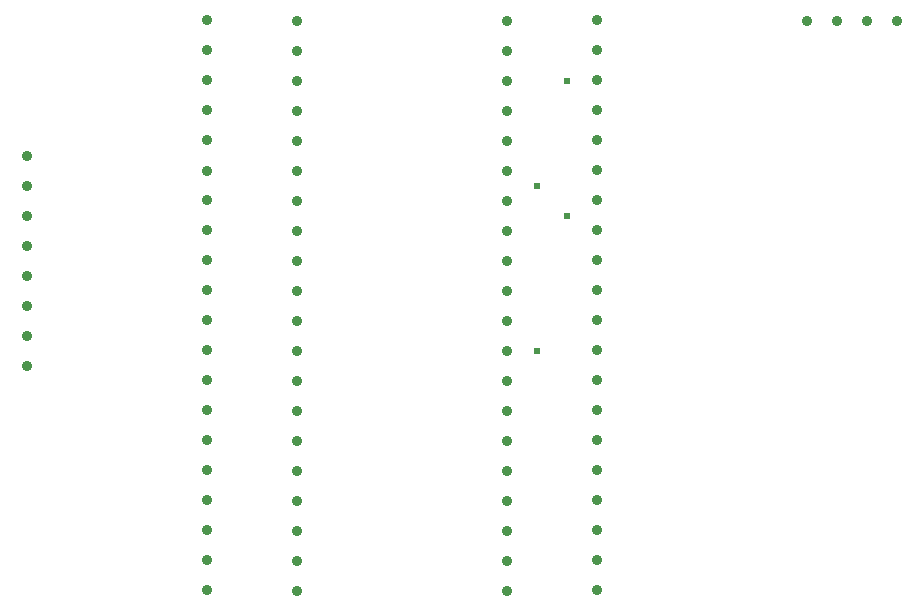
<source format=gbr>
G04 DesignSpark PCB Gerber Version 11.0 Build 5877*
%FSLAX35Y35*%
%MOIN*%
%ADD72C,0.02400*%
%ADD73C,0.03500*%
X0Y0D02*
D02*
D72*
X215250Y110250D03*
Y165250D03*
X225250Y155250D03*
Y200250D03*
D02*
D73*
X45250Y105250D03*
Y115250D03*
Y125250D03*
Y135250D03*
Y145250D03*
Y155250D03*
Y165250D03*
Y175250D03*
X105250Y30750D03*
Y40750D03*
Y50750D03*
Y60750D03*
Y70750D03*
Y80750D03*
Y90750D03*
Y100750D03*
Y110750D03*
Y120750D03*
Y130750D03*
Y140750D03*
Y150750D03*
Y160750D03*
Y170250D03*
Y180750D03*
Y190750D03*
Y200750D03*
Y210750D03*
Y220750D03*
X135250Y30250D03*
Y40250D03*
Y50250D03*
Y60250D03*
Y70250D03*
Y80250D03*
Y90250D03*
Y100250D03*
Y110250D03*
Y120250D03*
Y130250D03*
Y140250D03*
Y150250D03*
Y160250D03*
Y170250D03*
Y180250D03*
Y190250D03*
Y200250D03*
Y210250D03*
Y220250D03*
X205250Y30250D03*
Y40250D03*
Y50250D03*
Y60250D03*
Y70250D03*
Y80250D03*
Y90250D03*
Y100250D03*
Y110250D03*
Y120250D03*
Y130250D03*
Y140250D03*
Y150250D03*
Y160250D03*
Y170250D03*
Y180250D03*
Y190250D03*
Y200250D03*
Y210250D03*
Y220250D03*
X235250Y30750D03*
Y40750D03*
Y50750D03*
Y60750D03*
Y70750D03*
Y80750D03*
Y90750D03*
Y100750D03*
Y110750D03*
Y120750D03*
Y130750D03*
Y140750D03*
Y150750D03*
Y160750D03*
Y170750D03*
Y180750D03*
Y190750D03*
Y200750D03*
Y210750D03*
Y220750D03*
X305250Y220250D03*
X315250D03*
X325250D03*
X335250D03*
X0Y0D02*
M02*

</source>
